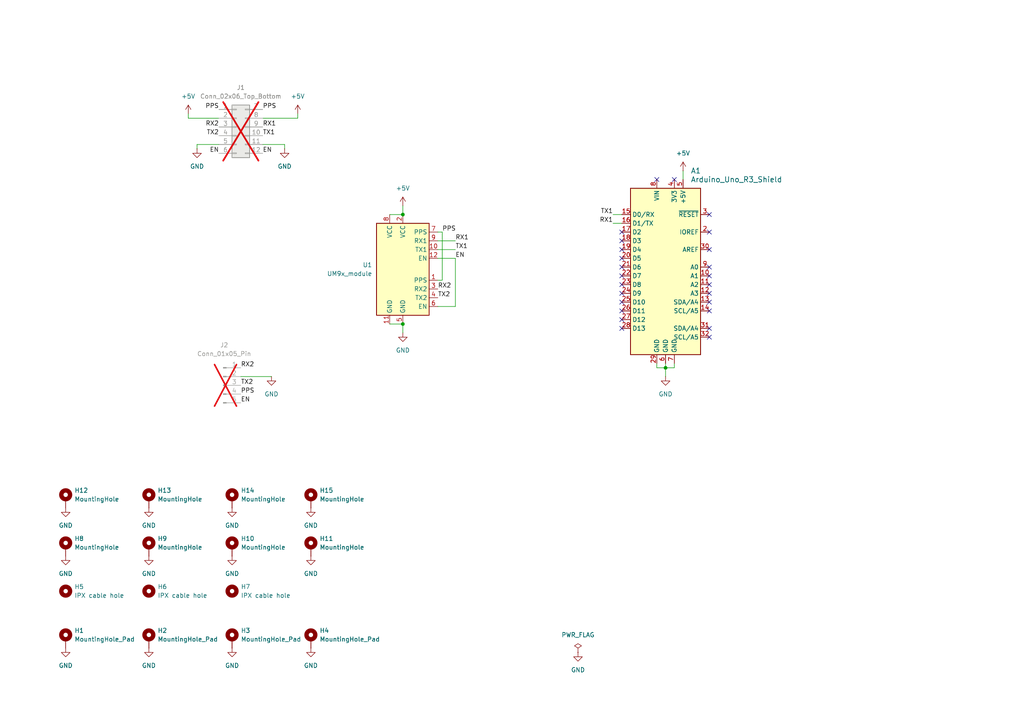
<source format=kicad_sch>
(kicad_sch (version 20231120) (generator "eeschema") (generator_version "8.0")
  (paper "A4")
  (title_block (title "Arduino Uno - UM9x") (date "2024-12-21") (rev "1.0") (company "Clemens Elflein, openmower.de") (comment 1 "Creative Commons Attribution-NonCommercial-ShareAlike 4.0 International License.") (comment 2 "Licensed under ") (comment 4 "(C) Apehaenger 2024 <joerg@ebeling.ws>"))
  (lib_symbols
    (symbol "Connector:Conn_01x05_Pin" (pin_names (offset 1.016) hide)
      (property "Reference" "J" (at 0 7.62 0))
      (property "Value" "Conn_01x05_Pin" (at 0 -7.62 0))
      (symbol "Conn_01x05_Pin_1_1"
        (polyline (pts (xy 1.27 -5.08) (xy 0.8636 -5.08)) (stroke (width 0.1524)))
        (polyline (pts (xy 1.27 -2.54) (xy 0.8636 -2.54)) (stroke (width 0.1524)))
        (polyline (pts (xy 1.27 0) (xy 0.8636 0)) (stroke (width 0.1524)))
        (polyline (pts (xy 1.27 2.54) (xy 0.8636 2.54)) (stroke (width 0.1524)))
        (polyline (pts (xy 1.27 5.08) (xy 0.8636 5.08)) (stroke (width 0.1524)))
        (rectangle (start 0.8636 -4.953) (end 0 -5.207) (stroke (width 0.1524)) (fill (type outline)))
        (rectangle (start 0.8636 -2.413) (end 0 -2.667) (stroke (width 0.1524)) (fill (type outline)))
        (rectangle (start 0.8636 0.127) (end 0 -0.127) (stroke (width 0.1524)) (fill (type outline)))
        (rectangle (start 0.8636 2.667) (end 0 2.413) (stroke (width 0.1524)) (fill (type outline)))
        (rectangle (start 0.8636 5.207) (end 0 4.953) (stroke (width 0.1524)) (fill (type outline)))
        (pin passive line (at 5.08 5.08 180) (length 3.81) (name "Pin_1") (number "1"))
        (pin passive line (at 5.08 2.54 180) (length 3.81) (name "Pin_2") (number "2"))
        (pin passive line (at 5.08 0 180) (length 3.81) (name "Pin_3") (number "3"))
        (pin passive line (at 5.08 -2.54 180) (length 3.81) (name "Pin_4") (number "4"))
        (pin passive line (at 5.08 -5.08 180) (length 3.81) (name "Pin_5") (number "5"))
      )
    )
    (symbol "Connector_Generic:Conn_02x06_Top_Bottom" (pin_names (offset 1.016) hide)
      (property "Reference" "J" (at 1.27 7.62 0))
      (property "Value" "Conn_02x06_Top_Bottom" (at 1.27 -10.16 0))
      (symbol "Conn_02x06_Top_Bottom_1_1"
        (rectangle (start -1.27 -7.493) (end 0 -7.747) (stroke (width 0.1524)))
        (rectangle (start -1.27 -4.953) (end 0 -5.207) (stroke (width 0.1524)))
        (rectangle (start -1.27 -2.413) (end 0 -2.667) (stroke (width 0.1524)))
        (rectangle (start -1.27 0.127) (end 0 -0.127) (stroke (width 0.1524)))
        (rectangle (start -1.27 2.667) (end 0 2.413) (stroke (width 0.1524)))
        (rectangle (start -1.27 5.207) (end 0 4.953) (stroke (width 0.1524)))
        (rectangle (start -1.27 6.35) (end 3.81 -8.89) (stroke (width 0.254)) (fill (type background)))
        (rectangle (start 3.81 -7.493) (end 2.54 -7.747) (stroke (width 0.1524)))
        (rectangle (start 3.81 -4.953) (end 2.54 -5.207) (stroke (width 0.1524)))
        (rectangle (start 3.81 -2.413) (end 2.54 -2.667) (stroke (width 0.1524)))
        (rectangle (start 3.81 0.127) (end 2.54 -0.127) (stroke (width 0.1524)))
        (rectangle (start 3.81 2.667) (end 2.54 2.413) (stroke (width 0.1524)))
        (rectangle (start 3.81 5.207) (end 2.54 4.953) (stroke (width 0.1524)))
        (pin passive line (at -5.08 5.08 0) (length 3.81) (name "Pin_1") (number "1"))
        (pin passive line (at 7.62 -2.54 180) (length 3.81) (name "Pin_10") (number "10"))
        (pin passive line (at 7.62 -5.08 180) (length 3.81) (name "Pin_11") (number "11"))
        (pin passive line (at 7.62 -7.62 180) (length 3.81) (name "Pin_12") (number "12"))
        (pin passive line (at -5.08 2.54 0) (length 3.81) (name "Pin_2") (number "2"))
        (pin passive line (at -5.08 0 0) (length 3.81) (name "Pin_3") (number "3"))
        (pin passive line (at -5.08 -2.54 0) (length 3.81) (name "Pin_4") (number "4"))
        (pin passive line (at -5.08 -5.08 0) (length 3.81) (name "Pin_5") (number "5"))
        (pin passive line (at -5.08 -7.62 0) (length 3.81) (name "Pin_6") (number "6"))
        (pin passive line (at 7.62 5.08 180) (length 3.81) (name "Pin_7") (number "7"))
        (pin passive line (at 7.62 2.54 180) (length 3.81) (name "Pin_8") (number "8"))
        (pin passive line (at 7.62 0 180) (length 3.81) (name "Pin_9") (number "9"))
      )
    )
    (symbol "MCU_Module:Arduino_UNO_R3"
      (property "Reference" "A" (at -10.16 23.495 0))
      (property "Value" "Arduino_UNO_R3" (at 5.08 -26.67 0))
      (symbol "Arduino_UNO_R3_0_1"
        (rectangle (start -10.16 22.86) (end 10.16 -25.4) (stroke (width 0.254)) (fill (type background)))
      )
      (symbol "Arduino_UNO_R3_1_1"
        (pin no_connect line (at -10.16 -20.32 0) (length 2.54) hide (name "NC") (number "1"))
        (pin bidirectional line (at 12.7 -2.54 180) (length 2.54) (name "A1") (number "10"))
        (pin bidirectional line (at 12.7 -5.08 180) (length 2.54) (name "A2") (number "11"))
        (pin bidirectional line (at 12.7 -7.62 180) (length 2.54) (name "A3") (number "12"))
        (pin bidirectional line (at 12.7 -10.16 180) (length 2.54) (name "SDA/A4") (number "13"))
        (pin bidirectional line (at 12.7 -12.7 180) (length 2.54) (name "SCL/A5") (number "14"))
        (pin bidirectional line (at -12.7 15.24 0) (length 2.54) (name "D0/RX") (number "15"))
        (pin bidirectional line (at -12.7 12.7 0) (length 2.54) (name "D1/TX") (number "16"))
        (pin bidirectional line (at -12.7 10.16 0) (length 2.54) (name "D2") (number "17"))
        (pin bidirectional line (at -12.7 7.62 0) (length 2.54) (name "D3") (number "18"))
        (pin bidirectional line (at -12.7 5.08 0) (length 2.54) (name "D4") (number "19"))
        (pin output line (at 12.7 10.16 180) (length 2.54) (name "IOREF") (number "2"))
        (pin bidirectional line (at -12.7 2.54 0) (length 2.54) (name "D5") (number "20"))
        (pin bidirectional line (at -12.7 0 0) (length 2.54) (name "D6") (number "21"))
        (pin bidirectional line (at -12.7 -2.54 0) (length 2.54) (name "D7") (number "22"))
        (pin bidirectional line (at -12.7 -5.08 0) (length 2.54) (name "D8") (number "23"))
        (pin bidirectional line (at -12.7 -7.62 0) (length 2.54) (name "D9") (number "24"))
        (pin bidirectional line (at -12.7 -10.16 0) (length 2.54) (name "D10") (number "25"))
        (pin bidirectional line (at -12.7 -12.7 0) (length 2.54) (name "D11") (number "26"))
        (pin bidirectional line (at -12.7 -15.24 0) (length 2.54) (name "D12") (number "27"))
        (pin bidirectional line (at -12.7 -17.78 0) (length 2.54) (name "D13") (number "28"))
        (pin power_in line (at -2.54 -27.94 90) (length 2.54) (name "GND") (number "29"))
        (pin input line (at 12.7 15.24 180) (length 2.54) (name "~{RESET}") (number "3"))
        (pin input line (at 12.7 5.08 180) (length 2.54) (name "AREF") (number "30"))
        (pin bidirectional line (at 12.7 -17.78 180) (length 2.54) (name "SDA/A4") (number "31"))
        (pin bidirectional line (at 12.7 -20.32 180) (length 2.54) (name "SCL/A5") (number "32"))
        (pin power_out line (at 2.54 25.4 270) (length 2.54) (name "3V3") (number "4"))
        (pin power_out line (at 5.08 25.4 270) (length 2.54) (name "+5V") (number "5"))
        (pin power_in line (at 0 -27.94 90) (length 2.54) (name "GND") (number "6"))
        (pin power_in line (at 2.54 -27.94 90) (length 2.54) (name "GND") (number "7"))
        (pin power_in line (at -2.54 25.4 270) (length 2.54) (name "VIN") (number "8"))
        (pin bidirectional line (at 12.7 0 180) (length 2.54) (name "A0") (number "9"))
      )
    )
    (symbol "Mechanical:MountingHole" (pin_names (offset 1.016)) (exclude_from_sim yes) (in_bom no)
      (property "Reference" "H" (at 0 5.08 0))
      (property "Value" "MountingHole" (at 0 3.175 0))
      (symbol "MountingHole_0_1"
        (circle (center 0 0) (radius 1.27) (stroke (width 1.27)))
      )
    )
    (symbol "Mechanical:MountingHole_Pad" (pin_numbers hide) (pin_names (offset 1.016) hide) (exclude_from_sim yes) (in_bom no)
      (property "Reference" "H" (at 0 6.35 0))
      (property "Value" "MountingHole_Pad" (at 0 4.445 0))
      (symbol "MountingHole_Pad_0_1"
        (circle (center 0 1.27) (radius 1.27) (stroke (width 1.27)))
      )
      (symbol "MountingHole_Pad_1_1"
        (pin input line (at 0 -2.54 90) (length 2.54) (name "1") (number "1"))
      )
    )
    (symbol "hw-openmower-utils-v1-arduino-uno-um9x:UM9x_module"
      (property "Reference" "U" (at -7.62 11.43 0))
      (property "Value" "UM9x_module" (at -6.35 -3.048 0))
      (symbol "UM9x_module_0_1"
        (rectangle (start -7.62 10.16) (end 7.62 -16.51) (stroke (width 0.254)) (fill (type background)))
      )
      (symbol "UM9x_module_1_1"
        (pin input line (at -10.16 -6.35 0) (length 2.54) (name "PPS") (number "1"))
        (pin output line (at -10.16 2.54 0) (length 2.54) (name "TX1") (number "10"))
        (pin power_in line (at 3.81 -19.05 90) (length 2.54) (name "GND") (number "11"))
        (pin input line (at -10.16 0 0) (length 2.54) (name "EN") (number "12"))
        (pin power_in line (at 0 12.7 270) (length 2.54) (name "VCC") (number "2"))
        (pin input line (at -10.16 -8.89 0) (length 2.54) (name "RX2") (number "3"))
        (pin output line (at -10.16 -11.43 0) (length 2.54) (name "TX2") (number "4"))
        (pin power_in line (at 0 -19.05 90) (length 2.54) (name "GND") (number "5"))
        (pin input line (at -10.16 -13.97 0) (length 2.54) (name "EN") (number "6"))
        (pin input line (at -10.16 7.62 0) (length 2.54) (name "PPS") (number "7"))
        (pin power_in line (at 3.81 12.7 270) (length 2.54) (name "VCC") (number "8"))
        (pin input line (at -10.16 5.08 0) (length 2.54) (name "RX1") (number "9"))
      )
    )
    (symbol "power:+5V" (power) (pin_numbers hide) (pin_names (offset 0) hide)
      (property "Value" "+5V" (at 0 3.556 0))
      (symbol "+5V_0_1"
        (polyline (pts (xy -0.762 1.27) (xy 0 2.54)))
        (polyline (pts (xy 0 0) (xy 0 2.54)))
        (polyline (pts (xy 0 2.54) (xy 0.762 1.27)))
      )
      (symbol "+5V_1_1"
        (pin power_in line (at 0 0 90) (length 0) (name "~") (number "1"))
      )
    )
    (symbol "power:GND" (power) (pin_numbers hide) (pin_names (offset 0) hide)
      (property "Value" "GND" (at 0 -3.81 0))
      (symbol "GND_0_1"
        (polyline (pts (xy 0 0) (xy 0 -1.27) (xy 1.27 -1.27) (xy 0 -2.54) (xy -1.27 -1.27) (xy 0 -1.27)))
      )
      (symbol "GND_1_1"
        (pin power_in line (at 0 0 270) (length 0) (name "~") (number "1"))
      )
    )
    (symbol "power:PWR_FLAG" (power) (pin_numbers hide) (pin_names (offset 0) hide)
      (property "Value" "PWR_FLAG" (at 0 3.81 0))
      (symbol "PWR_FLAG_0_0"
        (pin power_out line (at 0 0 90) (length 0) (name "~") (number "1"))
      )
      (symbol "PWR_FLAG_0_1"
        (polyline (pts (xy 0 0) (xy 0 1.27) (xy -1.016 1.905) (xy 0 2.54) (xy 1.016 1.905) (xy 0 1.27)))
      )
    )
  )
  (junction (at 116.84 93.98))
  (junction (at 193.04 106.68))
  (junction (at 116.84 62.23))
  (no_connect (at 205.74 77.47))
  (no_connect (at 205.74 80.01))
  (no_connect (at 180.34 74.93))
  (no_connect (at 205.74 90.17))
  (no_connect (at 205.74 72.39))
  (no_connect (at 180.34 69.85))
  (no_connect (at 180.34 80.01))
  (no_connect (at 180.34 82.55))
  (no_connect (at 205.74 97.79))
  (no_connect (at 180.34 95.25))
  (no_connect (at 180.34 87.63))
  (no_connect (at 205.74 62.23))
  (no_connect (at 190.5 52.07))
  (no_connect (at 195.58 52.07))
  (no_connect (at 205.74 85.09))
  (no_connect (at 205.74 82.55))
  (no_connect (at 180.34 67.31))
  (no_connect (at 205.74 87.63))
  (no_connect (at 180.34 92.71))
  (no_connect (at 180.34 90.17))
  (no_connect (at 205.74 67.31))
  (no_connect (at 180.34 72.39))
  (no_connect (at 180.34 77.47))
  (no_connect (at 180.34 85.09))
  (no_connect (at 205.74 95.25))
  (wire (pts (xy 76.2 41.91) (xy 82.55 41.91)))
  (wire (pts (xy 177.8 62.23) (xy 180.34 62.23)))
  (wire (pts (xy 127 69.85) (xy 132.08 69.85)))
  (wire (pts (xy 132.08 88.9) (xy 127 88.9)))
  (wire (pts (xy 76.2 34.29) (xy 86.36 34.29)))
  (wire (pts (xy 195.58 106.68) (xy 193.04 106.68)))
  (wire (pts (xy 82.55 41.91) (xy 82.55 43.18)))
  (wire (pts (xy 116.84 93.98) (xy 116.84 96.52)))
  (wire (pts (xy 113.03 93.98) (xy 116.84 93.98)))
  (wire (pts (xy 127 72.39) (xy 132.08 72.39)))
  (wire (pts (xy 128.27 81.28) (xy 127 81.28)))
  (wire (pts (xy 190.5 105.41) (xy 190.5 106.68)))
  (wire (pts (xy 193.04 106.68) (xy 193.04 105.41)))
  (wire (pts (xy 54.61 34.29) (xy 54.61 33.02)))
  (wire (pts (xy 193.04 106.68) (xy 193.04 109.22)))
  (wire (pts (xy 57.15 43.18) (xy 57.15 41.91)))
  (wire (pts (xy 116.84 59.69) (xy 116.84 62.23)))
  (wire (pts (xy 57.15 41.91) (xy 63.5 41.91)))
  (wire (pts (xy 195.58 105.41) (xy 195.58 106.68)))
  (wire (pts (xy 198.12 49.53) (xy 198.12 52.07)))
  (wire (pts (xy 190.5 106.68) (xy 193.04 106.68)))
  (wire (pts (xy 86.36 34.29) (xy 86.36 33.02)))
  (wire (pts (xy 127 74.93) (xy 132.08 74.93)))
  (wire (pts (xy 177.8 64.77) (xy 180.34 64.77)))
  (wire (pts (xy 127 67.31) (xy 128.27 67.31)))
  (wire (pts (xy 63.5 34.29) (xy 54.61 34.29)))
  (wire (pts (xy 69.85 109.22) (xy 78.74 109.22)))
  (wire (pts (xy 128.27 67.31) (xy 128.27 81.28)))
  (wire (pts (xy 113.03 62.23) (xy 116.84 62.23)))
  (wire (pts (xy 132.08 74.93) (xy 132.08 88.9)))
  (label "EN" (at 132.08 74.93 0))
  (label "RX1" (at 76.2 36.83 0))
  (label "RX2" (at 63.5 36.83 180))
  (label "TX1" (at 132.08 72.39 0))
  (label "RX2" (at 69.85 106.68 0))
  (label "EN" (at 69.85 116.84 0))
  (label "TX1" (at 177.8 62.23 180))
  (label "RX1" (at 177.8 64.77 180))
  (label "RX1" (at 132.08 69.85 0))
  (label "EN" (at 63.5 44.45 180))
  (label "TX2" (at 69.85 111.76 0))
  (label "PPS" (at 63.5 31.75 180))
  (label "RX2" (at 127 83.82 0))
  (label "EN" (at 76.2 44.45 0))
  (label "PPS" (at 69.85 114.3 0))
  (label "TX2" (at 127 86.36 0))
  (label "PPS" (at 76.2 31.75 0))
  (label "TX1" (at 76.2 39.37 0))
  (label "TX2" (at 63.5 39.37 180))
  (label "PPS" (at 128.27 67.31 0))
  (symbol (lib_id "power:GND") (at 43.18 161.29 0) (unit 1)
    (property "Reference" "#PWR010" (effects (hide yes)))
    (property "Value" "GND" (at 43.18 166.37 0))
    (property "Description" "Power symbol creates a global label with name \"GND\" , ground" (effects (hide yes)))
  )
  (symbol (lib_id "power:+5V") (at 198.12 49.53 0) (unit 1)
    (property "Reference" "#PWR02" (effects (hide yes)))
    (property "Value" "+5V" (at 198.12 44.45 0))
    (property "Description" "Power symbol creates a global label with name \"+5V\"" (effects (hide yes)))
  )
  (symbol (lib_id "Mechanical:MountingHole_Pad") (at 67.31 144.78 0) (unit 1) (exclude_from_sim yes) (in_bom no)
    (property "Reference" "H14" (at 69.85 142.2399 0) (effects (justify left)))
    (property "Value" "MountingHole" (at 69.85 144.7799 0) (effects (justify left)))
    (property "Footprint" "TestPoint:TestPoint_THTPad_D2.0mm_Drill1.0mm" (effects (hide yes)))
    (property "Description" "Mounting Hole with connection" (effects (hide yes)))
  )
  (symbol (lib_id "power:+5V") (at 116.84 59.69 0) (unit 1)
    (property "Reference" "#PWR03" (effects (hide yes)))
    (property "Value" "+5V" (at 116.84 54.61 0))
    (property "Description" "Power symbol creates a global label with name \"+5V\"" (effects (hide yes)))
  )
  (symbol (lib_id "Mechanical:MountingHole_Pad") (at 67.31 158.75 0) (unit 1) (exclude_from_sim yes) (in_bom no)
    (property "Reference" "H10" (at 69.85 156.2099 0) (effects (justify left)))
    (property "Value" "MountingHole" (at 69.85 158.7499 0) (effects (justify left)))
    (property "Footprint" "TestPoint:TestPoint_THTPad_D2.0mm_Drill1.0mm" (effects (hide yes)))
    (property "Description" "Mounting Hole with connection" (effects (hide yes)))
  )
  (symbol (lib_id "power:GND") (at 82.55 43.18 0) (unit 1)
    (property "Reference" "#PWR019" (effects (hide yes)))
    (property "Value" "GND" (at 82.55 48.26 0))
    (property "Description" "Power symbol creates a global label with name \"GND\" , ground" (effects (hide yes)))
  )
  (symbol (lib_id "Mechanical:MountingHole_Pad") (at 19.05 185.42 0) (unit 1) (exclude_from_sim yes) (in_bom no)
    (property "Reference" "H1" (at 21.59 182.8799 0) (effects (justify left)))
    (property "Value" "MountingHole_Pad" (at 21.59 185.4199 0) (effects (justify left)))
    (property "Footprint" "MountingHole:MountingHole_3.2mm_M3_DIN965_Pad_TopBottom" (effects (hide yes)))
    (property "Description" "Mounting Hole with connection" (effects (hide yes)))
  )
  (symbol (lib_id "Mechanical:MountingHole_Pad") (at 43.18 144.78 0) (unit 1) (exclude_from_sim yes) (in_bom no)
    (property "Reference" "H13" (at 45.72 142.2399 0) (effects (justify left)))
    (property "Value" "MountingHole" (at 45.72 144.7799 0) (effects (justify left)))
    (property "Footprint" "TestPoint:TestPoint_THTPad_D2.0mm_Drill1.0mm" (effects (hide yes)))
    (property "Description" "Mounting Hole with connection" (effects (hide yes)))
  )
  (symbol (lib_id "power:GND") (at 43.18 187.96 0) (unit 1)
    (property "Reference" "#PWR06" (effects (hide yes)))
    (property "Value" "GND" (at 43.18 193.04 0))
    (property "Description" "Power symbol creates a global label with name \"GND\" , ground" (effects (hide yes)))
  )
  (symbol (lib_id "power:GND") (at 90.17 187.96 0) (unit 1)
    (property "Reference" "#PWR08" (effects (hide yes)))
    (property "Value" "GND" (at 90.17 193.04 0))
    (property "Description" "Power symbol creates a global label with name \"GND\" , ground" (effects (hide yes)))
  )
  (symbol (lib_id "Mechanical:MountingHole_Pad") (at 19.05 158.75 0) (unit 1) (exclude_from_sim yes) (in_bom no)
    (property "Reference" "H8" (at 21.59 156.2099 0) (effects (justify left)))
    (property "Value" "MountingHole" (at 21.59 158.7499 0) (effects (justify left)))
    (property "Footprint" "TestPoint:TestPoint_THTPad_D2.0mm_Drill1.0mm" (effects (hide yes)))
    (property "Description" "Mounting Hole with connection" (effects (hide yes)))
  )
  (symbol (lib_id "Mechanical:MountingHole_Pad") (at 90.17 144.78 0) (unit 1) (exclude_from_sim yes) (in_bom no)
    (property "Reference" "H15" (at 92.71 142.2399 0) (effects (justify left)))
    (property "Value" "MountingHole" (at 92.71 144.7799 0) (effects (justify left)))
    (property "Footprint" "TestPoint:TestPoint_THTPad_D2.0mm_Drill1.0mm" (effects (hide yes)))
    (property "Description" "Mounting Hole with connection" (effects (hide yes)))
  )
  (symbol (lib_id "power:PWR_FLAG") (at 167.64 189.23 0) (unit 1)
    (property "Reference" "#FLG01" (effects (hide yes)))
    (property "Value" "PWR_FLAG" (at 167.64 184.15 0))
    (property "Description" "Special symbol for telling ERC where power comes from" (effects (hide yes)))
  )
  (symbol (lib_id "Mechanical:MountingHole_Pad") (at 90.17 158.75 0) (unit 1) (exclude_from_sim yes) (in_bom no)
    (property "Reference" "H11" (at 92.71 156.2099 0) (effects (justify left)))
    (property "Value" "MountingHole" (at 92.71 158.7499 0) (effects (justify left)))
    (property "Footprint" "TestPoint:TestPoint_THTPad_D2.0mm_Drill1.0mm" (effects (hide yes)))
    (property "Description" "Mounting Hole with connection" (effects (hide yes)))
  )
  (symbol (lib_id "power:GND") (at 67.31 187.96 0) (unit 1)
    (property "Reference" "#PWR07" (effects (hide yes)))
    (property "Value" "GND" (at 67.31 193.04 0))
    (property "Description" "Power symbol creates a global label with name \"GND\" , ground" (effects (hide yes)))
  )
  (symbol (lib_id "power:GND") (at 67.31 161.29 0) (unit 1)
    (property "Reference" "#PWR011" (effects (hide yes)))
    (property "Value" "GND" (at 67.31 166.37 0))
    (property "Description" "Power symbol creates a global label with name \"GND\" , ground" (effects (hide yes)))
  )
  (symbol (lib_id "Mechanical:MountingHole_Pad") (at 19.05 144.78 0) (unit 1) (exclude_from_sim yes) (in_bom no)
    (property "Reference" "H12" (at 21.59 142.2399 0) (effects (justify left)))
    (property "Value" "MountingHole" (at 21.59 144.7799 0) (effects (justify left)))
    (property "Footprint" "TestPoint:TestPoint_THTPad_D2.0mm_Drill1.0mm" (effects (hide yes)))
    (property "Description" "Mounting Hole with connection" (effects (hide yes)))
  )
  (symbol (lib_id "Mechanical:MountingHole") (at 67.31 171.45 0) (unit 1) (exclude_from_sim yes) (in_bom no)
    (property "Reference" "H7" (at 69.85 170.1799 0) (effects (justify left)))
    (property "Value" "IPX cable hole" (at 69.85 172.7199 0) (effects (justify left)))
    (property "Footprint" "MountingHole:MountingHole_3.2mm_M3" (effects (hide yes)))
    (property "Description" "Mounting Hole without connection" (effects (hide yes)))
  )
  (symbol (lib_id "MCU_Module:Arduino_UNO_R3") (at 193.04 77.47 0) (unit 1)
    (property "Reference" "A1" (at 200.3141 49.53 0) (effects (font (size 1.524 1.524)) (justify left)))
    (property "Value" "Arduino_Uno_R3_Shield" (at 200.3141 52.07 0) (effects (font (size 1.524 1.524)) (justify left)))
    (property "Footprint" "Library:Arduino_Uno_R3_OpenMower_Shield" (effects (hide yes)))
    (property "Datasheet" "https://www.arduino.cc/en/Main/arduinoBoardUno" (effects (hide yes)))
    (property "Description" "Arduino UNO Microcontroller Module, release 3" (effects (hide yes)))
  )
  (symbol (lib_id "Mechanical:MountingHole_Pad") (at 43.18 185.42 0) (unit 1) (exclude_from_sim yes) (in_bom no)
    (property "Reference" "H2" (at 45.72 182.8799 0) (effects (justify left)))
    (property "Value" "MountingHole_Pad" (at 45.72 185.4199 0) (effects (justify left)))
    (property "Footprint" "MountingHole:MountingHole_3.2mm_M3_DIN965_Pad_TopBottom" (effects (hide yes)))
    (property "Description" "Mounting Hole with connection" (effects (hide yes)))
  )
  (symbol (lib_id "power:GND") (at 193.04 109.22 0) (unit 1)
    (property "Reference" "#PWR04" (effects (hide yes)))
    (property "Value" "GND" (at 193.04 114.3 0))
    (property "Description" "Power symbol creates a global label with name \"GND\" , ground" (effects (hide yes)))
  )
  (symbol (lib_id "power:GND") (at 90.17 147.32 0) (unit 1)
    (property "Reference" "#PWR016" (effects (hide yes)))
    (property "Value" "GND" (at 90.17 152.4 0))
    (property "Description" "Power symbol creates a global label with name \"GND\" , ground" (effects (hide yes)))
  )
  (symbol (lib_id "power:GND") (at 19.05 187.96 0) (unit 1)
    (property "Reference" "#PWR05" (effects (hide yes)))
    (property "Value" "GND" (at 19.05 193.04 0))
    (property "Description" "Power symbol creates a global label with name \"GND\" , ground" (effects (hide yes)))
  )
  (symbol (lib_id "Connector_Generic:Conn_02x06_Top_Bottom") (at 68.58 36.83 0) (unit 1) (in_bom no) (dnp yes)
    (property "Reference" "J1" (at 69.85 25.4 0))
    (property "Value" "Conn_02x06_Top_Bottom" (at 69.85 27.94 0))
    (property "Footprint" "Library:PinSocket_2x06_P2.54mm_Horizontal_Top_Bottom" (effects (hide yes)))
    (property "Description" "Generic connector, double row, 02x06, top/bottom pin numbering scheme (row 1: 1...pins_per_row, row2: pins_per_row+1 ... num_pins), script generated (kicad-library-utils/schlib/autogen/connector/)" (effects (hide yes)))
  )
  (symbol (lib_id "Mechanical:MountingHole_Pad") (at 43.18 158.75 0) (unit 1) (exclude_from_sim yes) (in_bom no)
    (property "Reference" "H9" (at 45.72 156.2099 0) (effects (justify left)))
    (property "Value" "MountingHole" (at 45.72 158.7499 0) (effects (justify left)))
    (property "Footprint" "TestPoint:TestPoint_THTPad_D2.0mm_Drill1.0mm" (effects (hide yes)))
    (property "Description" "Mounting Hole with connection" (effects (hide yes)))
  )
  (symbol (lib_id "power:GND") (at 43.18 147.32 0) (unit 1)
    (property "Reference" "#PWR014" (effects (hide yes)))
    (property "Value" "GND" (at 43.18 152.4 0))
    (property "Description" "Power symbol creates a global label with name \"GND\" , ground" (effects (hide yes)))
  )
  (symbol (lib_id "power:GND") (at 167.64 189.23 0) (unit 1)
    (property "Reference" "#PWR022" (effects (hide yes)))
    (property "Value" "GND" (at 167.64 194.31 0))
    (property "Description" "Power symbol creates a global label with name \"GND\" , ground" (effects (hide yes)))
  )
  (symbol (lib_id "power:+5V") (at 54.61 33.02 0) (unit 1)
    (property "Reference" "#PWR018" (effects (hide yes)))
    (property "Value" "+5V" (at 54.61 27.94 0))
    (property "Description" "Power symbol creates a global label with name \"+5V\"" (effects (hide yes)))
  )
  (symbol (lib_id "power:+5V") (at 86.36 33.02 0) (unit 1)
    (property "Reference" "#PWR017" (effects (hide yes)))
    (property "Value" "+5V" (at 86.36 27.94 0))
    (property "Description" "Power symbol creates a global label with name \"+5V\"" (effects (hide yes)))
  )
  (symbol (lib_id "Mechanical:MountingHole") (at 43.18 171.45 0) (unit 1) (exclude_from_sim yes) (in_bom no)
    (property "Reference" "H6" (at 45.72 170.1799 0) (effects (justify left)))
    (property "Value" "IPX cable hole" (at 45.72 172.7199 0) (effects (justify left)))
    (property "Footprint" "MountingHole:MountingHole_3.2mm_M3" (effects (hide yes)))
    (property "Description" "Mounting Hole without connection" (effects (hide yes)))
  )
  (symbol (lib_id "hw-openmower-utils-v1-arduino-uno-um9x:UM9x_module") (at 116.84 74.93 0) (mirror y) (unit 1) (in_bom no)
    (property "Reference" "U1" (at 107.95 76.8349 0) (effects (justify left)))
    (property "Value" "UM9x_module" (at 107.95 79.3749 0) (effects (justify left)))
    (property "Footprint" "Library:UM9x_module" (effects (hide yes)))
  )
  (symbol (lib_id "Mechanical:MountingHole_Pad") (at 67.31 185.42 0) (unit 1) (exclude_from_sim yes) (in_bom no)
    (property "Reference" "H3" (at 69.85 182.8799 0) (effects (justify left)))
    (property "Value" "MountingHole_Pad" (at 69.85 185.4199 0) (effects (justify left)))
    (property "Footprint" "MountingHole:MountingHole_3.2mm_M3_DIN965_Pad_TopBottom" (effects (hide yes)))
    (property "Description" "Mounting Hole with connection" (effects (hide yes)))
  )
  (symbol (lib_id "power:GND") (at 19.05 147.32 0) (unit 1)
    (property "Reference" "#PWR013" (effects (hide yes)))
    (property "Value" "GND" (at 19.05 152.4 0))
    (property "Description" "Power symbol creates a global label with name \"GND\" , ground" (effects (hide yes)))
  )
  (symbol (lib_id "power:GND") (at 19.05 161.29 0) (unit 1)
    (property "Reference" "#PWR09" (effects (hide yes)))
    (property "Value" "GND" (at 19.05 166.37 0))
    (property "Description" "Power symbol creates a global label with name \"GND\" , ground" (effects (hide yes)))
  )
  (symbol (lib_id "Mechanical:MountingHole_Pad") (at 90.17 185.42 0) (unit 1) (exclude_from_sim yes) (in_bom no)
    (property "Reference" "H4" (at 92.71 182.8799 0) (effects (justify left)))
    (property "Value" "MountingHole_Pad" (at 92.71 185.4199 0) (effects (justify left)))
    (property "Footprint" "MountingHole:MountingHole_3.2mm_M3_DIN965_Pad_TopBottom" (effects (hide yes)))
    (property "Description" "Mounting Hole with connection" (effects (hide yes)))
  )
  (symbol (lib_id "Mechanical:MountingHole") (at 19.05 171.45 0) (unit 1) (exclude_from_sim yes) (in_bom no)
    (property "Reference" "H5" (at 21.59 170.1799 0) (effects (justify left)))
    (property "Value" "IPX cable hole" (at 21.59 172.7199 0) (effects (justify left)))
    (property "Footprint" "MountingHole:MountingHole_3.2mm_M3" (effects (hide yes)))
    (property "Description" "Mounting Hole without connection" (effects (hide yes)))
  )
  (symbol (lib_id "power:GND") (at 57.15 43.18 0) (unit 1)
    (property "Reference" "#PWR020" (effects (hide yes)))
    (property "Value" "GND" (at 57.15 48.26 0))
    (property "Description" "Power symbol creates a global label with name \"GND\" , ground" (effects (hide yes)))
  )
  (symbol (lib_id "Connector:Conn_01x05_Pin") (at 64.77 111.76 0) (unit 1) (in_bom no) (dnp yes)
    (property "Reference" "J2" (at 65.024 100.076 0))
    (property "Value" "Conn_01x05_Pin" (at 65.024 102.616 0))
    (property "Footprint" "Connector_PinHeader_2.54mm:PinHeader_1x05_P2.54mm_Vertical" (effects (hide yes)))
    (property "Description" "Generic connector, single row, 01x05, script generated" (effects (hide yes)))
  )
  (symbol (lib_id "power:GND") (at 67.31 147.32 0) (unit 1)
    (property "Reference" "#PWR015" (effects (hide yes)))
    (property "Value" "GND" (at 67.31 152.4 0))
    (property "Description" "Power symbol creates a global label with name \"GND\" , ground" (effects (hide yes)))
  )
  (symbol (lib_id "power:GND") (at 116.84 96.52 0) (unit 1)
    (property "Reference" "#PWR01" (effects (hide yes)))
    (property "Value" "GND" (at 116.84 101.6 0))
    (property "Description" "Power symbol creates a global label with name \"GND\" , ground" (effects (hide yes)))
  )
  (symbol (lib_id "power:GND") (at 90.17 161.29 0) (unit 1)
    (property "Reference" "#PWR012" (effects (hide yes)))
    (property "Value" "GND" (at 90.17 166.37 0))
    (property "Description" "Power symbol creates a global label with name \"GND\" , ground" (effects (hide yes)))
  )
  (symbol (lib_id "power:GND") (at 78.74 109.22 0) (unit 1)
    (property "Reference" "#PWR021" (effects (hide yes)))
    (property "Value" "GND" (at 78.74 114.3 0))
    (property "Description" "Power symbol creates a global label with name \"GND\" , ground" (effects (hide yes)))
  )
)
</source>
